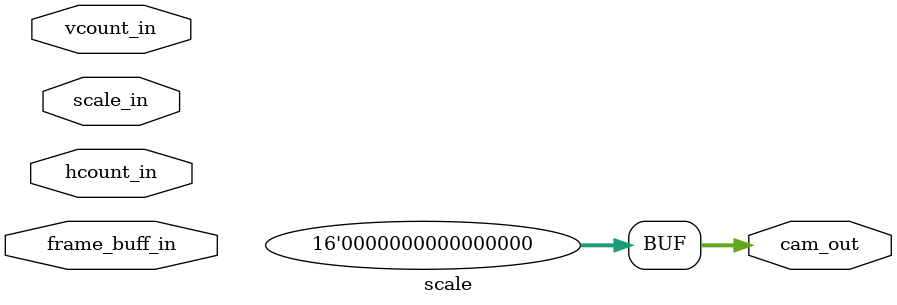
<source format=sv>
`timescale 1ns / 1ps
`default_nettype none

module scale(
  input wire [1:0] scale_in,
  input wire [10:0] hcount_in,
  input wire [9:0] vcount_in,
  input wire [15:0] frame_buff_in,
  output logic [15:0] cam_out
);
  //YOUR DESIGN HERE!
  assign cam_out = 16'b0; //REMOVE ME!

  // always_comb begin 
  //   case scale_in:
  //     2'b00: ;
  //     2'b01: ;
  //     2'b10: ;
  //     default: 
  //   endcase 
  // end
endmodule


`default_nettype wire

</source>
